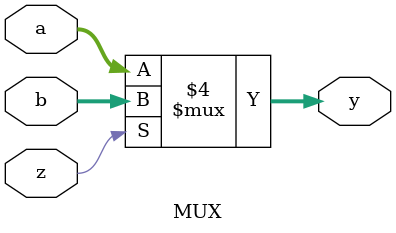
<source format=v>
`timescale 1ns / 1ps


module MUX(    //Ë«Â·Ñ¡ÔñÆ÷
input [31:0] a,b,
input z,
output reg [31:0] y
    );
always@(*)
begin
 if(z==0)
  y=a;
 else
  y=b;
end
endmodule


</source>
